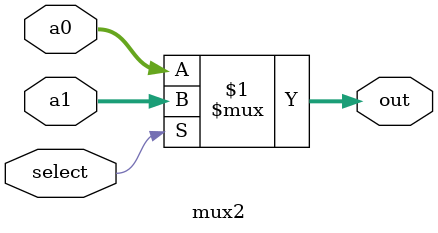
<source format=sv>

module shift_right_logarithmic
  ( input wire [15:0] s0,
    input wire [3:0] amt,
    output wire [15:0] sh );

   wire [15:0] s1, s2, s3;

   // Shift by either 0 or 1 bits.
   //
   mux2 st0(.select(amt[0]), .a0(s0), .a1({1'b0, s0[15:1]}), .out( s1) );

   // Shift by either 0 or 2 bits.
   //
   mux2 st1(.select(amt[1]), .a0(s1), .a1({2'b0, s1[15:2]}), .out( s2) );

   // Shift by either 0 or 4 bits.
   //
   mux2 st2(.select(amt[2]), .a0(s2), .a1({4'b0, s2[15:4]}), .out( s3) );

   // Shift by either 0 or 8 bits.
   //
   mux2 st3(.select(amt[3]), .a0(s3), .a1({8'b0, s3[15:8]}), .out( sh) );

endmodule

module mux2
  ( input wire select,
    input wire [15:0] a0,
    input wire [15:0] a1,
    output wire [15:0] out );

    assign out = select ? a1 : a0;

endmodule

</source>
